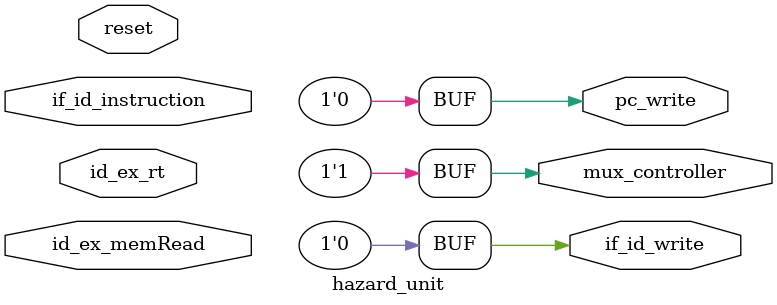
<source format=v>

module hazard_unit (reset, id_ex_rt, id_ex_memRead, if_id_instruction, mux_controller, pc_write, if_id_write);

    // Input wires;
    input reset;
    input id_ex_memRead; // ID/EX.MemRead;
    input [4:0] id_ex_rt; // ID/EX.RegisterRt;
    input [31:0] if_id_instruction;

    // Output regs;
    output reg mux_controller, pc_write, if_id_write;

    // Registers used in the pipeline
    // RS = if_id_instruction[25:21];
    // RT = if_id_instruction[20:16];

    always @(reset) begin
        pc_write <= 1'b0;
        if_id_write <= 1'b0;
        mux_controller <= 1'b1;
    end

    // Stall the pipeline if a hazard is detected;
    always @ (*) begin
        if (id_ex_memRead && ((id_ex_rt == if_id_instruction[25:21]) || (id_ex_rt == if_id_instruction[20:16]))) begin
            pc_write <= 1'b0;
            if_id_write <= 1'b0;
            mux_controller <= 1'b1;
        end
        else begin
            pc_write <= 1'b1;
            if_id_write <= 1'b1;
            mux_controller <= 1'b0;
        end
    end
endmodule

</source>
